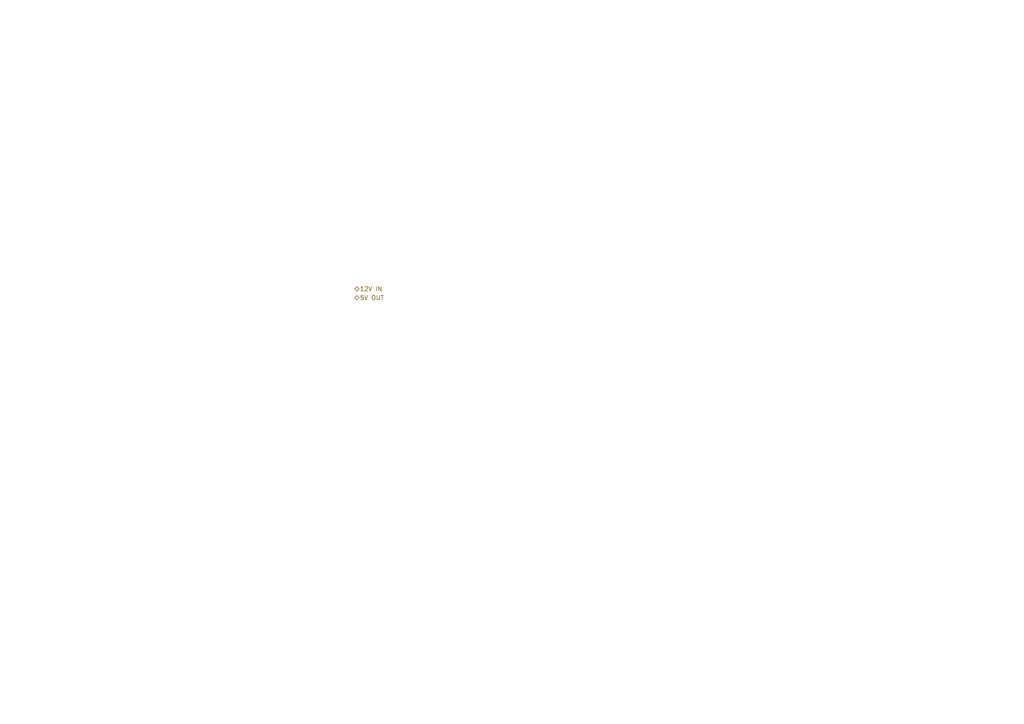
<source format=kicad_sch>
(kicad_sch (version 20230819) (generator eeschema)
  (paper "A4")
  (lib_symbols)
  (hierarchical_label "5V OUT" (shape bidirectional) (at 102.87 86.36 0))
  (hierarchical_label "12V IN" (shape bidirectional) (at 102.87 83.82 0))
)
</source>
